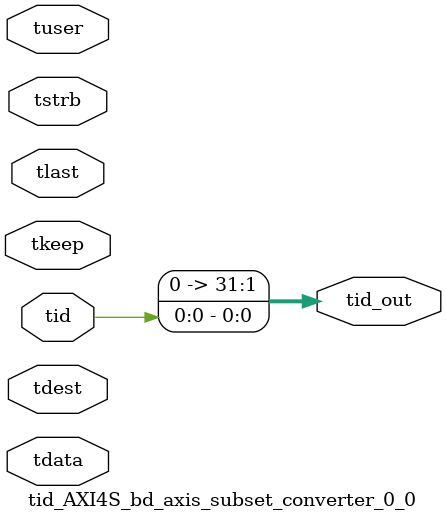
<source format=v>


`timescale 1ps/1ps

module tid_AXI4S_bd_axis_subset_converter_0_0 #
(
parameter C_S_AXIS_TID_WIDTH   = 1,
parameter C_S_AXIS_TUSER_WIDTH = 0,
parameter C_S_AXIS_TDATA_WIDTH = 0,
parameter C_S_AXIS_TDEST_WIDTH = 0,
parameter C_M_AXIS_TID_WIDTH   = 32
)
(
input  [(C_S_AXIS_TID_WIDTH   == 0 ? 1 : C_S_AXIS_TID_WIDTH)-1:0       ] tid,
input  [(C_S_AXIS_TDATA_WIDTH == 0 ? 1 : C_S_AXIS_TDATA_WIDTH)-1:0     ] tdata,
input  [(C_S_AXIS_TUSER_WIDTH == 0 ? 1 : C_S_AXIS_TUSER_WIDTH)-1:0     ] tuser,
input  [(C_S_AXIS_TDEST_WIDTH == 0 ? 1 : C_S_AXIS_TDEST_WIDTH)-1:0     ] tdest,
input  [(C_S_AXIS_TDATA_WIDTH/8)-1:0 ] tkeep,
input  [(C_S_AXIS_TDATA_WIDTH/8)-1:0 ] tstrb,
input                                                                    tlast,
output [(C_M_AXIS_TID_WIDTH   == 0 ? 1 : C_M_AXIS_TID_WIDTH)-1:0       ] tid_out
);

assign tid_out = {tid[0:0]};

endmodule


</source>
